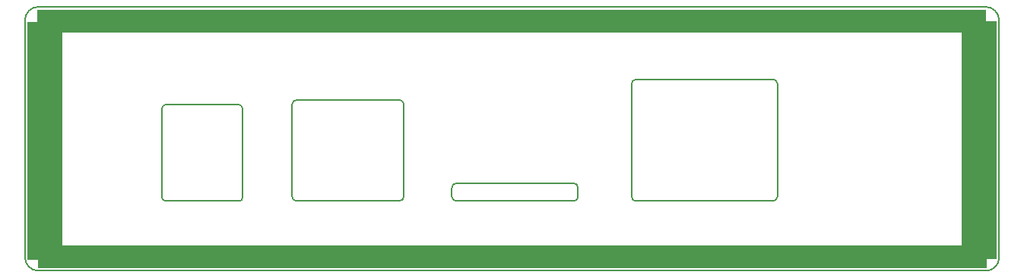
<source format=gbr>
%FSLAX36Y36*%
%MOMM*%
G04 EasyPC Gerber Version 18.0.8 Build 3632 *
%ADD27R,3.91000X26.66000*%
%ADD11C,0.12700*%
%ADD23R,105.66000X2.66000*%
X0Y0D02*
D02*
D11*
X22287500Y64911500D02*
G75*
G03X20787500Y63411500J-1500000D01*
G01*
Y36911500*
G75*
G03X22287500Y35411500I1500000*
G01*
X127787500*
G75*
G03X129287500Y36911500J1500000*
G01*
Y63411500*
G75*
G03X127787500Y64911500I-1500000*
G01*
X22287500*
X36537500Y54011500D02*
G75*
G03X36037500Y53511500J-500000D01*
G01*
Y43611500*
G75*
G03X36437500Y43211500I400000*
G01*
X44637500*
G75*
G03X45037500Y43611500J400000*
G01*
Y53511500*
G75*
G03X44537500Y54011500I-500000*
G01*
X36537500*
X51037500Y54511500D02*
G75*
G03X50537500Y54011500J-500000D01*
G01*
Y43711500*
G75*
G03X51037500Y43211500I500000*
G01*
X62487500*
G75*
G03X62987500Y43711500J500000*
G01*
Y54011500*
G75*
G03X62487500Y54511500I-500000*
G01*
X51037500*
X68837500Y45211500D02*
G75*
G03X68337500Y44711500J-500000D01*
G01*
Y43711500*
G75*
G03X68837500Y43211500I500000*
G01*
X81887500*
G75*
G03X82387500Y43711500J500000*
G01*
Y44711500*
G75*
G03X81887500Y45211500I-500000*
G01*
X68837500*
X88837500Y56811500D02*
G75*
G03X88337500Y56311500J-500000D01*
G01*
Y43711500*
G75*
G03X88837500Y43211500I500000*
G01*
X104087500*
G75*
G03X104587500Y43711500J500000*
G01*
Y56311500*
G75*
G03X104087500Y56811500I-500000*
G01*
X88837500*
D02*
D23*
X75012500Y63336500D03*
X75062500Y36986500D03*
D02*
D27*
X22987500Y49911500D03*
X127087500Y50036500D03*
X0Y0D02*
M02*

</source>
